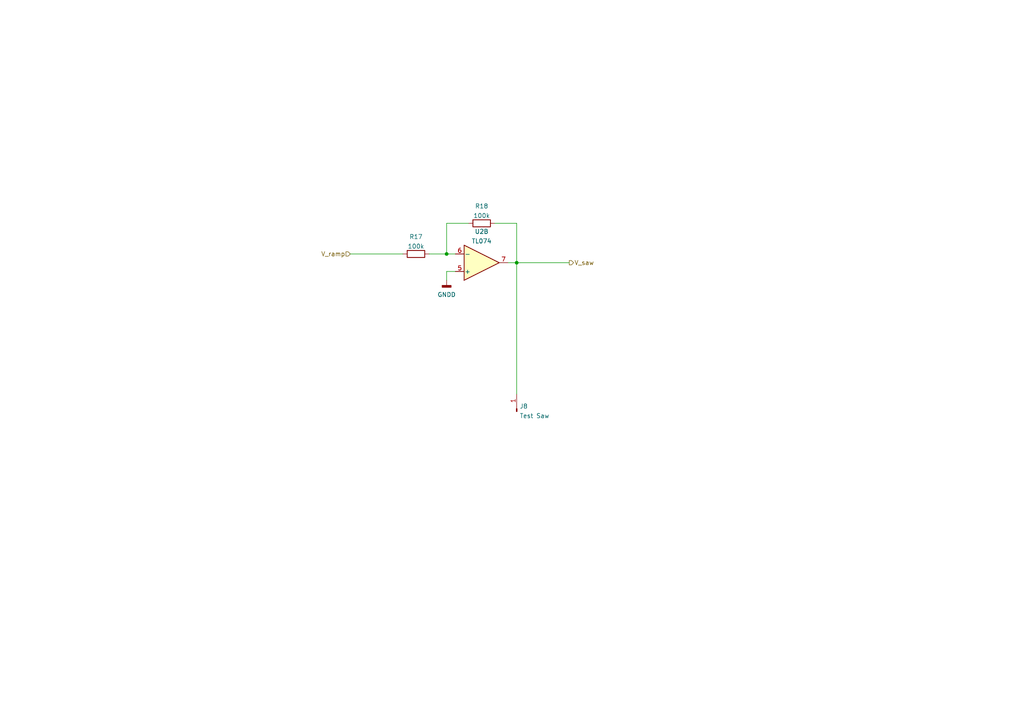
<source format=kicad_sch>
(kicad_sch (version 20211123) (generator eeschema)
  (paper "A4")
  (lib_symbols
    (symbol "Amplifier_Operational:TL074" (pin_names (offset 0.127))
      (property "Reference" "U" (at 0 5.08 0))
      (property "Value" "TL074" (at 0 -5.08 0))
      (symbol "TL074_1_1"
        (polyline (pts (xy -5.08 5.08) (xy 5.08 0) (xy -5.08 -5.08) (xy -5.08 5.08)) (stroke (width 0.254)) (fill (type background)))
        (pin output line (at 7.62 0 180) (length 2.54) (name "~") (number "1"))
        (pin input line (at -7.62 -2.54 0) (length 2.54) (name "-") (number "2"))
        (pin input line (at -7.62 2.54 0) (length 2.54) (name "+") (number "3"))
      )
      (symbol "TL074_2_1"
        (polyline (pts (xy -5.08 5.08) (xy 5.08 0) (xy -5.08 -5.08) (xy -5.08 5.08)) (stroke (width 0.254)) (fill (type background)))
        (pin input line (at -7.62 2.54 0) (length 2.54) (name "+") (number "5"))
        (pin input line (at -7.62 -2.54 0) (length 2.54) (name "-") (number "6"))
        (pin output line (at 7.62 0 180) (length 2.54) (name "~") (number "7"))
      )
      (symbol "TL074_3_1"
        (polyline (pts (xy -5.08 5.08) (xy 5.08 0) (xy -5.08 -5.08) (xy -5.08 5.08)) (stroke (width 0.254)) (fill (type background)))
        (pin input line (at -7.62 2.54 0) (length 2.54) (name "+") (number "10"))
        (pin output line (at 7.62 0 180) (length 2.54) (name "~") (number "8"))
        (pin input line (at -7.62 -2.54 0) (length 2.54) (name "-") (number "9"))
      )
      (symbol "TL074_4_1"
        (polyline (pts (xy -5.08 5.08) (xy 5.08 0) (xy -5.08 -5.08) (xy -5.08 5.08)) (stroke (width 0.254)) (fill (type background)))
        (pin input line (at -7.62 2.54 0) (length 2.54) (name "+") (number "12"))
        (pin input line (at -7.62 -2.54 0) (length 2.54) (name "-") (number "13"))
        (pin output line (at 7.62 0 180) (length 2.54) (name "~") (number "14"))
      )
      (symbol "TL074_5_1"
        (pin power_in line (at -2.54 -7.62 90) (length 3.81) (name "V-") (number "11"))
        (pin power_in line (at -2.54 7.62 270) (length 3.81) (name "V+") (number "4"))
      )
    )
    (symbol "Connector:Conn_01x01_Male" (pin_names (offset 1.016) hide)
      (property "Reference" "J" (at 0 2.54 0))
      (property "Value" "Conn_01x01_Male" (at 0 -2.54 0))
      (symbol "Conn_01x01_Male_1_1"
        (polyline (pts (xy 1.27 0) (xy 0.8636 0)) (stroke (width 0.1524)))
        (rectangle (start 0.8636 0.127) (end 0 -0.127) (stroke (width 0.1524)) (fill (type outline)))
        (pin passive line (at 5.08 0 180) (length 3.81) (name "Pin_1") (number "1"))
      )
    )
    (symbol "Device:R" (pin_numbers hide) (pin_names (offset 0))
      (property "Reference" "R" (at 2.032 0 90))
      (property "Value" "R" (at 0 0 90))
      (symbol "R_0_1"
        (rectangle (start -1.016 -2.54) (end 1.016 2.54) (stroke (width 0.254)))
      )
      (symbol "R_1_1"
        (pin passive line (at 0 3.81 270) (length 1.27) (name "~") (number "1"))
        (pin passive line (at 0 -3.81 90) (length 1.27) (name "~") (number "2"))
      )
    )
    (symbol "power:GNDD" (power) (pin_names (offset 0))
      (property "Value" "GNDD" (at 0 -3.175 0))
      (symbol "GNDD_0_1"
        (rectangle (start -1.27 -1.524) (end 1.27 -2.032) (stroke (width 0.254)) (fill (type outline)))
        (polyline (pts (xy 0 0) (xy 0 -1.524)))
      )
      (symbol "GNDD_1_1"
        (pin power_in line (at 0 0 270) (length 0) hide (name "GNDD") (number "1"))
      )
    )
  )
  (junction (at 149.86 76.2))
  (junction (at 129.54 73.66))
  (wire (pts (xy 101.6 73.66) (xy 116.84 73.66)))
  (wire (pts (xy 132.08 78.74) (xy 129.54 78.74)))
  (wire (pts (xy 149.86 76.2) (xy 147.32 76.2)))
  (wire (pts (xy 129.54 64.77) (xy 129.54 73.66)))
  (wire (pts (xy 124.46 73.66) (xy 129.54 73.66)))
  (wire (pts (xy 149.86 64.77) (xy 149.86 76.2)))
  (wire (pts (xy 149.86 76.2) (xy 149.86 114.3)))
  (wire (pts (xy 135.89 64.77) (xy 129.54 64.77)))
  (wire (pts (xy 129.54 73.66) (xy 132.08 73.66)))
  (wire (pts (xy 129.54 78.74) (xy 129.54 81.28)))
  (wire (pts (xy 143.51 64.77) (xy 149.86 64.77)))
  (wire (pts (xy 149.86 76.2) (xy 165.1 76.2)))
  (hierarchical_label "V_ramp" (shape input) (at 101.6 73.66 180))
  (hierarchical_label "V_saw" (shape output) (at 165.1 76.2 0))
  (symbol (lib_id "power:GNDD") (at 129.54 81.28 0) (unit 1)
    (property "Reference" "#PWR049" (effects hide))
    (property "Value" "GNDD" (at 129.54 85.4615 0))
  )
  (symbol (lib_id "Connector:Conn_01x01_Male") (at 149.86 119.38 90) (unit 1)
    (property "Reference" "J8" (at 150.6982 117.8365 90) (effects (justify right)))
    (property "Value" "Test Saw" (at 150.6982 120.6116 90) (effects (justify right)))
    (property "Footprint" "Connector_PinHeader_2.54mm:PinHeader_1x01_P2.54mm_Vertical" (effects hide))
  )
  (symbol (lib_id "Device:R") (at 120.65 73.66 90) (unit 1)
    (property "Reference" "R17" (at 120.65 68.6775 90))
    (property "Value" "100k" (at 120.65 71.4526 90))
    (property "Footprint" "Resistor_THT:R_Axial_DIN0207_L6.3mm_D2.5mm_P2.54mm_Vertical" (effects hide))
  )
  (symbol (lib_id "Device:R") (at 139.7 64.77 90) (unit 1)
    (property "Reference" "R18" (at 139.7 59.7875 90))
    (property "Value" "100k" (at 139.7 62.5626 90))
    (property "Footprint" "Resistor_THT:R_Axial_DIN0207_L6.3mm_D2.5mm_P2.54mm_Vertical" (effects hide))
  )
  (symbol (lib_id "Amplifier_Operational:TL074") (at 139.7 76.2 0) (mirror x) (unit 2)
    (property "Reference" "U2" (at 139.7 67.1535 0))
    (property "Value" "TL074" (at 139.7 69.9286 0))
    (property "Footprint" "Package_DIP:DIP-14_W7.62mm_Socket" (effects hide))
    (property "Datasheet" "http://www.ti.com/lit/ds/symlink/tl071.pdf" (effects hide))
  )
)
</source>
